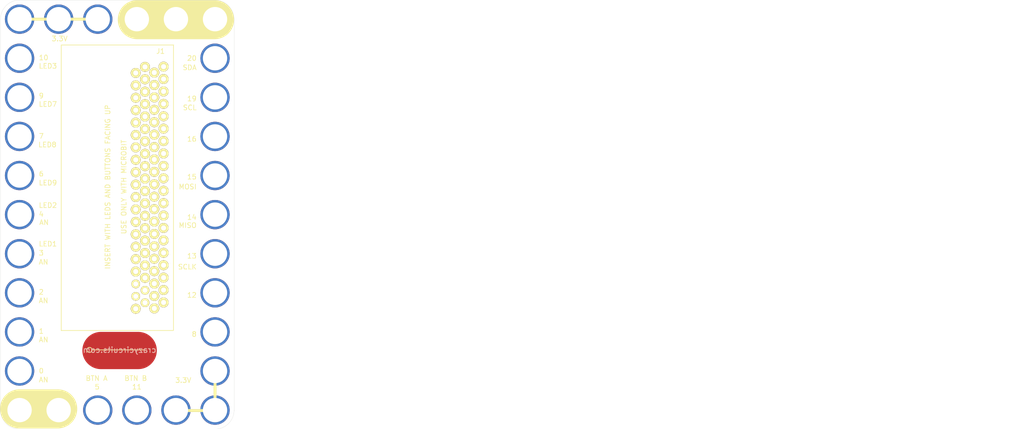
<source format=kicad_pcb>
(kicad_pcb (version 4) (host pcbnew 4.0.7-e2-6376~58~ubuntu16.04.1)

  (general
    (links 45)
    (no_connects 45)
    (area 0 0 0 0)
    (thickness 1.6)
    (drawings 3)
    (tracks 0)
    (zones 0)
    (modules 2)
    (nets 21)
  )

  (page USLetter)
  (title_block
    (title "6x11 Microbit Breakout Module")
    (date "09 Feb 2018")
    (rev 1.0)
    (company "All rights reserved.")
    (comment 1 help@browndoggadgets.com)
    (comment 2 http://browndoggadgets.com/)
    (comment 3 "Brown Dog Gadgets")
  )

  (layers
    (0 F.Cu signal)
    (31 B.Cu signal)
    (34 B.Paste user)
    (35 F.Paste user)
    (36 B.SilkS user)
    (37 F.SilkS user)
    (38 B.Mask user)
    (39 F.Mask user)
    (40 Dwgs.User user)
    (44 Edge.Cuts user)
    (46 B.CrtYd user)
    (47 F.CrtYd user)
    (48 B.Fab user)
    (49 F.Fab user)
  )

  (setup
    (last_trace_width 0.254)
    (user_trace_width 0.1524)
    (user_trace_width 0.254)
    (user_trace_width 0.3302)
    (user_trace_width 0.508)
    (user_trace_width 0.762)
    (user_trace_width 1.27)
    (trace_clearance 0.254)
    (zone_clearance 0.508)
    (zone_45_only no)
    (trace_min 0.1524)
    (segment_width 0.1524)
    (edge_width 0.1524)
    (via_size 0.6858)
    (via_drill 0.3302)
    (via_min_size 0.6858)
    (via_min_drill 0.3302)
    (user_via 0.6858 0.3302)
    (user_via 0.762 0.4064)
    (user_via 0.8636 0.508)
    (uvia_size 0.6858)
    (uvia_drill 0.3302)
    (uvias_allowed no)
    (uvia_min_size 0)
    (uvia_min_drill 0)
    (pcb_text_width 0.1524)
    (pcb_text_size 1.016 1.016)
    (mod_edge_width 0.1524)
    (mod_text_size 1.016 1.016)
    (mod_text_width 0.1524)
    (pad_size 1.524 1.524)
    (pad_drill 0.762)
    (pad_to_mask_clearance 0.0762)
    (solder_mask_min_width 0.1016)
    (pad_to_paste_clearance -0.0762)
    (aux_axis_origin 0 0)
    (visible_elements FFFEDF7D)
    (pcbplotparams
      (layerselection 0x310fc_80000001)
      (usegerberextensions true)
      (excludeedgelayer true)
      (linewidth 0.100000)
      (plotframeref false)
      (viasonmask false)
      (mode 1)
      (useauxorigin false)
      (hpglpennumber 1)
      (hpglpenspeed 20)
      (hpglpendiameter 15)
      (hpglpenoverlay 2)
      (psnegative false)
      (psa4output false)
      (plotreference true)
      (plotvalue true)
      (plotinvisibletext false)
      (padsonsilk false)
      (subtractmaskfromsilk false)
      (outputformat 1)
      (mirror false)
      (drillshape 0)
      (scaleselection 1)
      (outputdirectory gerbers))
  )

  (net 0 "")
  (net 1 /1)
  (net 2 /2)
  (net 3 VCC)
  (net 4 GND)
  (net 5 /3)
  (net 6 /5)
  (net 7 /7)
  (net 8 /9)
  (net 9 /11)
  (net 10 /13)
  (net 11 /15)
  (net 12 /19)
  (net 13 /4)
  (net 14 /6)
  (net 15 /8)
  (net 16 /10)
  (net 17 /12)
  (net 18 /14)
  (net 19 /16)
  (net 20 /20)

  (net_class Default "This is the default net class."
    (clearance 0.254)
    (trace_width 0.254)
    (via_dia 0.6858)
    (via_drill 0.3302)
    (uvia_dia 0.6858)
    (uvia_drill 0.3302)
    (add_net /1)
    (add_net /10)
    (add_net /11)
    (add_net /12)
    (add_net /13)
    (add_net /14)
    (add_net /15)
    (add_net /16)
    (add_net /19)
    (add_net /2)
    (add_net /20)
    (add_net /3)
    (add_net /4)
    (add_net /5)
    (add_net /6)
    (add_net /7)
    (add_net /8)
    (add_net /9)
    (add_net GND)
    (add_net VCC)
  )

  (module Crazy_Circuits:LOGO-CRAZY-1x2 (layer F.Cu) (tedit 58FE5DC6) (tstamp 5A7EA55C)
    (at 78.3336 100.6602)
    (descr LOGO)
    (tags LOGO)
    (fp_text reference LOGO (at 0 -3.52806) (layer F.Fab)
      (effects (font (size 1 1) (thickness 0.15)))
    )
    (fp_text value "BROWN DOG" (at -0.381 -10.414) (layer B.SilkS) hide
      (effects (font (size 1.27 1.27) (thickness 0.254)) (justify mirror))
    )
    (fp_text user crazycircuits.com (at 0 -4.064) (layer B.SilkS)
      (effects (font (size 1.143 1.143) (thickness 0.1778)) (justify mirror))
    )
    (fp_line (start 6.096 -5.2705) (end 4.953 -4.318) (layer F.Mask) (width 0.1524))
    (fp_line (start 4.7625 -4.318) (end 6.096 -5.2705) (layer F.Mask) (width 0.1524))
    (fp_line (start 5.715 -5.1435) (end 4.7625 -4.318) (layer F.Mask) (width 0.1524))
    (fp_line (start 4.6355 -4.3815) (end 5.715 -5.1435) (layer F.Mask) (width 0.1524))
    (fp_line (start 5.5245 -5.08) (end 4.6355 -4.3815) (layer F.Mask) (width 0.1524))
    (fp_line (start 4.3815 -4.318) (end 5.5245 -5.08) (layer F.Mask) (width 0.1524))
    (fp_line (start 5.207 -4.953) (end 4.3815 -4.318) (layer F.Mask) (width 0.1524))
    (fp_line (start 4.2545 -4.3815) (end 5.207 -4.953) (layer F.Mask) (width 0.1524))
    (fp_line (start 5.0165 -4.953) (end 4.2545 -4.3815) (layer F.Mask) (width 0.1524))
    (fp_line (start 4.2545 -4.5085) (end 5.0165 -4.953) (layer F.Mask) (width 0.1524))
    (fp_line (start 4.7625 -4.953) (end 4.2545 -4.5085) (layer F.Mask) (width 0.1524))
    (fp_line (start 4.191 -4.6355) (end 4.7625 -4.953) (layer F.Mask) (width 0.1524))
    (fp_line (start 4.7625 -5.1435) (end 4.191 -4.6355) (layer F.Mask) (width 0.1524))
    (fp_line (start 4.7625 -5.2705) (end 4.1275 -4.7625) (layer F.Mask) (width 0.1524))
    (fp_line (start 4.8895 -5.461) (end 4.064 -4.8895) (layer F.Mask) (width 0.1524))
    (fp_line (start 4.8895 -5.588) (end 4.064 -5.0165) (layer F.Mask) (width 0.1524))
    (fp_line (start 3.048 -4.3815) (end 2.413 -5.2705) (layer F.Mask) (width 0.254))
    (fp_line (start 4.953 -4.2545) (end 2.9845 -4.2545) (layer F.Mask) (width 0.1524))
    (fp_line (start 6.5405 -5.3975) (end 4.953 -4.2545) (layer F.Mask) (width 0.1524))
    (fp_line (start 4.7625 -4.953) (end 6.5405 -5.3975) (layer F.Mask) (width 0.1524))
    (fp_line (start 5.08 -5.842) (end 4.7625 -4.953) (layer F.Mask) (width 0.1524))
    (fp_line (start 4.0005 -5.1435) (end 5.08 -5.842) (layer F.Mask) (width 0.1524))
    (fp_line (start 3.175 -6.604) (end 4.0005 -5.08) (layer F.Mask) (width 0.1524))
    (fp_line (start 3.2385 -5.207) (end 3.175 -6.604) (layer F.Mask) (width 0.1524))
    (fp_line (start 2.159 -5.461) (end 3.2385 -5.207) (layer F.Mask) (width 0.1524))
    (fp_line (start 2.9845 -4.2545) (end 2.159 -5.461) (layer F.Mask) (width 0.1524))
    (fp_line (start -5.588 -4.064) (end 5.08 -4.064) (layer F.SilkS) (width 0.1524))
    (fp_circle (center -6.1595 -4.064) (end -5.82208 -3.683) (layer F.SilkS) (width 0.1524))
    (fp_text user CRAZY (at -2.032 -5.588) (layer F.SilkS) hide
      (effects (font (thickness 0.381)))
    )
    (fp_line (start 3.9 -7.8) (end -3.9 -7.8) (layer F.Fab) (width 0.04064))
    (fp_line (start 3.9 0) (end -3.9 0) (layer F.Fab) (width 0.04064))
    (fp_arc (start 3.9 -3.9) (end 3.9 -7.8) (angle 90) (layer F.Fab) (width 0.04064))
    (fp_arc (start 3.9 -3.9) (end 7.8 -3.9) (angle 90) (layer F.Fab) (width 0.04064))
    (fp_arc (start -3.9 -3.9) (end -3.9 0) (angle 90) (layer F.Fab) (width 0.04064))
    (fp_arc (start -3.9 -3.9) (end -7.8 -3.9) (angle 90) (layer F.Fab) (width 0.04064))
    (fp_text user CIRCUITS (at 0.254 -2.286) (layer F.SilkS) hide
      (effects (font (thickness 0.381)))
    )
    (fp_line (start 3.2385 -4.3815) (end 2.6035 -5.2705) (layer F.Mask) (width 0.254))
    (fp_line (start 3.429 -4.3815) (end 2.8575 -5.207) (layer F.Mask) (width 0.254))
    (fp_line (start 3.556 -4.3815) (end 3.1115 -5.1435) (layer F.Mask) (width 0.254))
    (fp_line (start 3.81 -4.3815) (end 3.3655 -5.207) (layer F.Mask) (width 0.254))
    (fp_line (start 4.0005 -4.3815) (end 3.429 -5.461) (layer F.Mask) (width 0.254))
    (fp_line (start 4.191 -4.3815) (end 3.302 -6.096) (layer F.Mask) (width 0.254))
    (fp_line (start 3.3655 -5.3975) (end 3.302 -6.223) (layer F.Mask) (width 0.254))
    (pad BG smd oval (at 0 -3.937) (size 15.24 7.62) (layers F.Cu))
  )

  (module Crazy_Circuits:MICROBIT-6x11 (layer F.Cu) (tedit 5A7DCFA6) (tstamp 5A7E9054)
    (at 57.8672 28.9152)
    (descr "8-lead dip package, row spacing 7.62 mm (300 mils)")
    (tags "dil dip 2.54 300")
    (path /5A7DC938)
    (fp_text reference J1 (at 20 -4 180) (layer F.SilkS) hide
      (effects (font (size 1 1) (thickness 0.15)))
    )
    (fp_text value "MICROBIT BREAKOUT" (at 20 -4 180) (layer F.Fab) hide
      (effects (font (size 1 1) (thickness 0.15)))
    )
    (fp_line (start 40 72.2) (end 40 80.1) (layer F.SilkS) (width 0.6))
    (fp_line (start 7.8 79.75) (end -0.004 79.75) (layer F.SilkS) (width 8))
    (fp_text user "INSERT WITH LEDS AND BUTTONS FACING UP" (at 18.042 34.3305 270) (layer F.SilkS)
      (effects (font (size 1 1) (thickness 0.15)))
    )
    (fp_text user "USE ONLY WITH MICROBIT" (at 21.344 34.3305 270) (layer F.SilkS)
      (effects (font (size 1 1) (thickness 0.15)))
    )
    (fp_text user "Arduino Nano" (at 18.644 34.9307 180) (layer F.Fab)
      (effects (font (size 1 1) (thickness 0.15)))
    )
    (fp_text user 15 (at 35.257143 32.283) (layer F.SilkS)
      (effects (font (size 1 1) (thickness 0.15)))
    )
    (fp_text user 14 (at 35.257143 40.533) (layer F.SilkS)
      (effects (font (size 1 1) (thickness 0.15)))
    )
    (fp_text user 19 (at 35.257143 16.283) (layer F.SilkS)
      (effects (font (size 1 1) (thickness 0.15)))
    )
    (fp_text user 16 (at 35.257143 24.533) (layer F.SilkS)
      (effects (font (size 1 1) (thickness 0.15)))
    )
    (fp_line (start 40 -3.9) (end 0 -3.9) (layer Edge.Cuts) (width 0.04064))
    (fp_line (start 0 83.9) (end 40 83.9) (layer Edge.Cuts) (width 0.04064))
    (fp_line (start 43.9 80.1) (end 43.9 0) (layer Edge.Cuts) (width 0.04064))
    (fp_arc (start 40 0) (end 40 -3.9) (angle 89.9) (layer Edge.Cuts) (width 0.04064))
    (fp_arc (start 40 80) (end 43.9 80) (angle 90) (layer Edge.Cuts) (width 0.04064))
    (fp_line (start -3.9 0) (end -3.9 80) (layer Edge.Cuts) (width 0.04064))
    (fp_arc (start 0 80) (end 0 83.9) (angle 89.9) (layer Edge.Cuts) (width 0.04064))
    (fp_arc (start 0 0) (end -3.9 0) (angle 90) (layer Edge.Cuts) (width 0.04064))
    (fp_line (start 40 -3.9) (end 0 -3.9) (layer F.Fab) (width 0.04064))
    (fp_line (start 0 83.9) (end 40 83.9) (layer F.Fab) (width 0.04064))
    (fp_line (start 43.9 80) (end 43.9 0) (layer F.Fab) (width 0.04064))
    (fp_arc (start 40 0) (end 40 -3.9) (angle 89.9) (layer F.Fab) (width 0.04064))
    (fp_arc (start 40 80) (end 43.9 80) (angle 90) (layer F.Fab) (width 0.04064))
    (fp_line (start -3.9 0) (end -3.9 80) (layer F.Fab) (width 0.04064))
    (fp_arc (start 0 80) (end 0 83.9) (angle 89.9) (layer F.Fab) (width 0.04064))
    (fp_arc (start 0 0) (end -3.9 0) (angle 90) (layer F.Fab) (width 0.04064))
    (fp_text user 20 (at 35.257143 8) (layer F.SilkS)
      (effects (font (size 1 1) (thickness 0.15)))
    )
    (fp_text user 13 (at 35.257143 48.473) (layer F.SilkS)
      (effects (font (size 1 1) (thickness 0.15)))
    )
    (fp_text user 12 (at 35.257143 56.473) (layer F.SilkS)
      (effects (font (size 1 1) (thickness 0.15)))
    )
    (fp_text user 8 (at 35.733333 64.473) (layer F.SilkS)
      (effects (font (size 1 1) (thickness 0.15)))
    )
    (fp_text user 3.3V (at 8.2 4 180) (layer F.SilkS)
      (effects (font (size 1 1) (thickness 0.15)))
    )
    (fp_text user 4 (at 4.442857 39.914) (layer F.SilkS)
      (effects (font (size 1 1) (thickness 0.15)))
    )
    (fp_text user 3 (at 4.442857 47.854) (layer F.SilkS)
      (effects (font (size 1 1) (thickness 0.15)))
    )
    (fp_text user AN (at 4.919048 73.8) (layer F.SilkS)
      (effects (font (size 1 1) (thickness 0.15)))
    )
    (fp_text user 1 (at 4.442857 63.854) (layer F.SilkS)
      (effects (font (size 1 1) (thickness 0.15)))
    )
    (fp_text user 6 (at 4.442857 31.664) (layer F.SilkS)
      (effects (font (size 1 1) (thickness 0.15)))
    )
    (fp_text user 9 (at 4.442857 15.694) (layer F.SilkS)
      (effects (font (size 1 1) (thickness 0.15)))
    )
    (fp_text user 7 (at 4.442857 23.934) (layer F.SilkS)
      (effects (font (size 1 1) (thickness 0.15)))
    )
    (fp_text user 10 (at 4.919048 7.884) (layer F.SilkS)
      (effects (font (size 1 1) (thickness 0.15)))
    )
    (fp_text user 0 (at 4.442857 71.984) (layer F.SilkS)
      (effects (font (size 1 1) (thickness 0.15)))
    )
    (fp_text user 11 (at 23.999 75.267) (layer F.SilkS)
      (effects (font (size 1 1) (thickness 0.15)))
    )
    (fp_text user 5 (at 15.871 75.267) (layer F.SilkS)
      (effects (font (size 1 1) (thickness 0.15)))
    )
    (fp_text user 3.3V (at 33.5 73.9) (layer F.SilkS)
      (effects (font (size 1 1) (thickness 0.15)))
    )
    (fp_line (start 24.1 0.1) (end 39.9 0.1) (layer F.SilkS) (width 8))
    (fp_line (start 19.96 7.83) (end 21.865 9.735) (layer F.Fab) (width 0.15))
    (fp_line (start 21.865 14.815) (end 15.515 7.83) (layer F.Fab) (width 0.15))
    (fp_line (start 12.34 61.17) (end 9.8 58.63) (layer F.Fab) (width 0.15))
    (fp_line (start 17.42 61.17) (end 9.8 53.55) (layer F.Fab) (width 0.15))
    (fp_line (start 21.865 56.09) (end 9.8 43.39) (layer F.Fab) (width 0.15))
    (fp_line (start 21.865 61.17) (end 9.8 48.47) (layer F.Fab) (width 0.15))
    (fp_circle (center 23.77 59.265) (end 23.77 58.765) (layer F.Fab) (width 0.5))
    (fp_line (start 31.5 63.5) (end 31.5 5.5) (layer F.Fab) (width 0.05))
    (fp_text user %R (at 28.85 6.56 180) (layer F.SilkS)
      (effects (font (size 1 1) (thickness 0.15)))
    )
    (fp_line (start 8.53 63.71) (end 8.53 5.29) (layer F.SilkS) (width 0.15))
    (fp_line (start 8.5 63.5) (end 31.5 63.5) (layer F.Fab) (width 0.05))
    (fp_line (start 8.5 5.5) (end 31.5 5.5) (layer F.Fab) (width 0.05))
    (fp_line (start 8.5 63.5) (end 8.5 5.5) (layer F.Fab) (width 0.05))
    (fp_line (start 31.5 63.71) (end 31.5 5.29) (layer F.SilkS) (width 0.15))
    (fp_line (start 8.53 63.71) (end 31.39 63.71) (layer F.SilkS) (width 0.15))
    (fp_line (start 8.64 5.29) (end 31.5 5.29) (layer F.SilkS) (width 0.15))
    (fp_line (start 21.865 51.01) (end 9.8 38.31) (layer F.Fab) (width 0.15))
    (fp_line (start 21.865 35.77) (end 9.8 23.07) (layer F.Fab) (width 0.15))
    (fp_line (start 21.865 45.93) (end 9.8 33.23) (layer F.Fab) (width 0.15))
    (fp_line (start 21.865 40.85) (end 9.8 28.15) (layer F.Fab) (width 0.15))
    (fp_line (start 21.865 20.53) (end 9.8 7.83) (layer F.Fab) (width 0.15))
    (fp_line (start 21.865 30.69) (end 9.8 17.99) (layer F.Fab) (width 0.15))
    (fp_line (start 21.865 25.61) (end 9.8 12.91) (layer F.Fab) (width 0.15))
    (fp_text user 41 (at 27.58 59.265 90) (layer F.Fab)
      (effects (font (size 0.6 0.6) (thickness 0.008)))
    )
    (fp_text user 61 (at 29.485 57.995 90) (layer F.Fab)
      (effects (font (size 0.6 0.6) (thickness 0.008)))
    )
    (fp_line (start 32 80.1) (end 39.9 80.1) (layer F.SilkS) (width 0.6))
    (fp_line (start -0.5 0) (end 16.3 0) (layer F.SilkS) (width 0.6))
    (fp_text user "BTN A" (at 15.771 73.5) (layer F.SilkS)
      (effects (font (size 1 1) (thickness 0.15)))
    )
    (fp_text user "BTN B" (at 23.771 73.5) (layer F.SilkS)
      (effects (font (size 1 1) (thickness 0.15)))
    )
    (fp_text user SDA (at 34.804762 9.9) (layer F.SilkS)
      (effects (font (size 1 1) (thickness 0.15)))
    )
    (fp_text user SCL (at 34.828571 18.1) (layer F.SilkS)
      (effects (font (size 1 1) (thickness 0.15)))
    )
    (fp_text user MOSI (at 34.4 34.3) (layer F.SilkS)
      (effects (font (size 1 1) (thickness 0.15)))
    )
    (fp_text user MISO (at 34.4 42.2) (layer F.SilkS)
      (effects (font (size 1 1) (thickness 0.15)))
    )
    (fp_text user SCLK (at 34.328571 50.7) (layer F.SilkS)
      (effects (font (size 1 1) (thickness 0.15)))
    )
    (fp_text user 2 (at 4.442857 55.854) (layer F.SilkS)
      (effects (font (size 1 1) (thickness 0.15)))
    )
    (fp_text user AN (at 4.919048 65.6) (layer F.SilkS)
      (effects (font (size 1 1) (thickness 0.15)))
    )
    (fp_text user AN (at 4.9 57.6) (layer F.SilkS)
      (effects (font (size 1 1) (thickness 0.15)))
    )
    (fp_text user AN (at 4.9 49.7) (layer F.SilkS)
      (effects (font (size 1 1) (thickness 0.15)))
    )
    (fp_text user AN (at 5 41.6) (layer F.SilkS)
      (effects (font (size 1 1) (thickness 0.15)))
    )
    (fp_text user LED2 (at 5.8 38.1) (layer F.SilkS)
      (effects (font (size 1 1) (thickness 0.15)))
    )
    (fp_text user LED1 (at 5.8 46) (layer F.SilkS)
      (effects (font (size 1 1) (thickness 0.15)))
    )
    (fp_text user LED9 (at 5.8 33.5) (layer F.SilkS)
      (effects (font (size 1 1) (thickness 0.15)))
    )
    (fp_text user LED8 (at 5.7 25.7) (layer F.SilkS)
      (effects (font (size 1 1) (thickness 0.15)))
    )
    (fp_text user LED7 (at 5.8 17.4) (layer F.SilkS)
      (effects (font (size 1 1) (thickness 0.15)))
    )
    (fp_text user LED3 (at 5.8 9.6) (layer F.SilkS)
      (effects (font (size 1 1) (thickness 0.15)))
    )
    (pad 14 thru_hole circle (at 40 40 270) (size 6 6) (drill 4.98) (layers *.Cu *.Mask)
      (net 18 /14))
    (pad 15 thru_hole circle (at 39.999 32 270) (size 6 6) (drill 4.98) (layers *.Cu *.Mask)
      (net 11 /15))
    (pad 19 thru_hole circle (at 39.999 16 270) (size 6 6) (drill 4.98) (layers *.Cu *.Mask)
      (net 12 /19))
    (pad 13 thru_hole circle (at 39.999 48 270) (size 6 6) (drill 4.98) (layers *.Cu *.Mask)
      (net 10 /13))
    (pad 20 thru_hole circle (at 39.999 8 270) (size 6 6) (drill 4.98) (layers *.Cu *.Mask)
      (net 20 /20))
    (pad 16 thru_hole circle (at 39.999 24 270) (size 6 6) (drill 4.98) (layers *.Cu *.Mask)
      (net 19 /16))
    (pad 12 thru_hole circle (at 40 56 270) (size 6 6) (drill 4.98) (layers *.Cu *.Mask)
      (net 17 /12))
    (pad 8 thru_hole circle (at 40 64 270) (size 6 6) (drill 4.98) (layers *.Cu *.Mask)
      (net 15 /8))
    (pad GND thru_hole circle (at 39.999 0 270) (size 6 6) (drill 4.98) (layers *.Cu *.Mask)
      (net 4 GND))
    (pad GND thru_hole circle (at 32 0 270) (size 6 6) (drill 4.98) (layers *.Cu *.Mask)
      (net 4 GND))
    (pad 3V thru_hole circle (at 16 0 270) (size 6 6) (drill 4.98) (layers *.Cu *.Mask)
      (net 3 VCC))
    (pad 3V thru_hole circle (at 8 0 270) (size 6 6) (drill 4.98) (layers *.Cu *.Mask)
      (net 3 VCC))
    (pad 5 thru_hole circle (at 16 80 270) (size 6 6) (drill 4.98) (layers *.Cu *.Mask)
      (net 6 /5))
    (pad GND thru_hole circle (at 8 80 270) (size 6 6) (drill 4.98) (layers *.Cu *.Mask)
      (net 4 GND))
    (pad 3V thru_hole circle (at 39.999 80 270) (size 6 6) (drill 4.98) (layers *.Cu *.Mask)
      (net 3 VCC))
    (pad 3V thru_hole circle (at 32 80 270) (size 6 6) (drill 4.98) (layers *.Cu *.Mask)
      (net 3 VCC))
    (pad GND thru_hole circle (at 0 80 270) (size 6 6) (drill 4.98) (layers *.Cu *.Mask)
      (net 4 GND))
    (pad 1 thru_hole circle (at 0 64 270) (size 6 6) (drill 4.98) (layers *.Cu *.Mask)
      (net 1 /1))
    (pad 2 thru_hole circle (at 0 56 270) (size 6 6) (drill 4.98) (layers *.Cu *.Mask)
      (net 2 /2))
    (pad 3 thru_hole circle (at 0 48 270) (size 6 6) (drill 4.98) (layers *.Cu *.Mask)
      (net 5 /3))
    (pad 4 thru_hole circle (at 0 40 270) (size 6 6) (drill 4.98) (layers *.Cu *.Mask)
      (net 13 /4))
    (pad 6 thru_hole circle (at 0 32 270) (size 6 6) (drill 4.98) (layers *.Cu *.Mask)
      (net 14 /6))
    (pad 7 thru_hole circle (at 0 24 270) (size 6 6) (drill 4.98) (layers *.Cu *.Mask)
      (net 7 /7))
    (pad 9 thru_hole circle (at 0 16 270) (size 6 6) (drill 4.98) (layers *.Cu *.Mask)
      (net 8 /9))
    (pad 10 thru_hole circle (at 0 8 270) (size 6 6) (drill 4.98) (layers *.Cu *.Mask)
      (net 16 /10))
    (pad 3V thru_hole circle (at 0 0 270) (size 6 6) (drill 4.98) (layers *.Cu *.Mask)
      (net 3 VCC))
    (pad 3V thru_hole circle (at 40 72 270) (size 6 6) (drill 4.98) (layers *.Cu *.Mask)
      (net 3 VCC))
    (pad 0 thru_hole circle (at 0 72 270) (size 6 6) (drill 4.98) (layers *.Cu *.Mask))
    (pad NC thru_hole circle (at 23.77 59.265 90) (size 2.032 2.032) (drill 1.016) (layers *.Cu *.Mask F.SilkS))
    (pad NC thru_hole circle (at 23.77 56.725 90) (size 1.778 1.778) (drill 1.016) (layers *.Cu *.Mask F.SilkS))
    (pad NC thru_hole circle (at 23.77 54.185 90) (size 1.778 1.778) (drill 1.016) (layers *.Cu *.Mask F.SilkS))
    (pad NC thru_hole circle (at 23.77 51.645 90) (size 2.032 2.032) (drill 1.016) (layers *.Cu *.Mask F.SilkS))
    (pad NC thru_hole circle (at 23.77 49.105 90) (size 2.032 2.032) (drill 1.016) (layers *.Cu *.Mask F.SilkS))
    (pad NC thru_hole circle (at 23.77 46.565 90) (size 2.032 2.032) (drill 1.016) (layers *.Cu *.Mask F.SilkS))
    (pad NC thru_hole circle (at 23.77 44.025 90) (size 2.032 2.032) (drill 1.016) (layers *.Cu *.Mask F.SilkS))
    (pad NC thru_hole circle (at 23.77 41.485 90) (size 2.032 2.032) (drill 1.016) (layers *.Cu *.Mask F.SilkS))
    (pad NC thru_hole circle (at 23.77 38.945 90) (size 2.032 2.032) (drill 1.016) (layers *.Cu *.Mask F.SilkS))
    (pad NC thru_hole circle (at 23.77 36.405 90) (size 2.032 2.032) (drill 1.016) (layers *.Cu *.Mask F.SilkS))
    (pad NC thru_hole circle (at 23.77 33.865 90) (size 2.032 2.032) (drill 1.016) (layers *.Cu *.Mask F.SilkS))
    (pad NC thru_hole circle (at 23.77 31.325 90) (size 2.032 2.032) (drill 1.016) (layers *.Cu *.Mask F.SilkS))
    (pad NC thru_hole circle (at 23.77 28.785 90) (size 2.032 2.032) (drill 1.016) (layers *.Cu *.Mask F.SilkS))
    (pad NC thru_hole circle (at 23.77 26.245 90) (size 2.032 2.032) (drill 1.016) (layers *.Cu *.Mask F.SilkS))
    (pad NC thru_hole circle (at 23.77 23.705 90) (size 2.032 2.032) (drill 1.016) (layers *.Cu *.Mask F.SilkS))
    (pad NC thru_hole circle (at 23.77 21.165 90) (size 2.032 2.032) (drill 1.016) (layers *.Cu *.Mask F.SilkS))
    (pad NC thru_hole circle (at 23.77 18.625 90) (size 2.032 2.032) (drill 1.016) (layers *.Cu *.Mask F.SilkS))
    (pad NC thru_hole circle (at 23.77 16.085 90) (size 2.032 2.032) (drill 1.016) (layers *.Cu *.Mask F.SilkS))
    (pad NC thru_hole circle (at 23.77 13.545 90) (size 2.032 2.032) (drill 1.016) (layers *.Cu *.Mask F.SilkS))
    (pad NC thru_hole circle (at 23.77 11.005 90) (size 2.032 2.032) (drill 1.016) (layers *.Cu *.Mask F.SilkS))
    (pad NC thru_hole circle (at 25.67 58.025 90) (size 1.778 1.778) (drill 1.016) (layers *.Cu *.Mask F.SilkS))
    (pad NC thru_hole circle (at 25.67 55.485 90) (size 1.778 1.778) (drill 1.016) (layers *.Cu *.Mask F.SilkS))
    (pad NC thru_hole circle (at 25.67 52.945 90) (size 2.032 2.032) (drill 1.016) (layers *.Cu *.Mask F.SilkS))
    (pad NC thru_hole circle (at 25.67 50.405 90) (size 2.032 2.032) (drill 1.016) (layers *.Cu *.Mask F.SilkS))
    (pad NC thru_hole circle (at 25.67 47.865 90) (size 2.032 2.032) (drill 1.016) (layers *.Cu *.Mask F.SilkS))
    (pad NC thru_hole circle (at 25.67 45.325 90) (size 2.032 2.032) (drill 1.016) (layers *.Cu *.Mask F.SilkS))
    (pad NC thru_hole circle (at 25.67 42.785 90) (size 2.032 2.032) (drill 1.016) (layers *.Cu *.Mask F.SilkS))
    (pad Nc thru_hole circle (at 25.67 40.245 90) (size 2.032 2.032) (drill 1.016) (layers *.Cu *.Mask F.SilkS))
    (pad NC thru_hole circle (at 25.67 37.705 90) (size 2.032 2.032) (drill 1.016) (layers *.Cu *.Mask F.SilkS))
    (pad NC thru_hole circle (at 25.67 35.165 90) (size 2.032 2.032) (drill 1.016) (layers *.Cu *.Mask F.SilkS))
    (pad NC thru_hole circle (at 25.67 32.625 90) (size 2.032 2.032) (drill 1.016) (layers *.Cu *.Mask F.SilkS))
    (pad NC thru_hole circle (at 25.67 30.085 90) (size 2.032 2.032) (drill 1.016) (layers *.Cu *.Mask F.SilkS))
    (pad NC thru_hole circle (at 25.67 27.545 90) (size 2.032 2.032) (drill 1.016) (layers *.Cu *.Mask F.SilkS))
    (pad NC thru_hole circle (at 25.67 25.005 90) (size 2.032 2.032) (drill 1.016) (layers *.Cu *.Mask F.SilkS))
    (pad NC thru_hole circle (at 25.67 22.465 90) (size 2.032 2.032) (drill 1.016) (layers *.Cu *.Mask F.SilkS))
    (pad NC thru_hole circle (at 25.67 19.925 90) (size 2.032 2.032) (drill 1.016) (layers *.Cu *.Mask F.SilkS))
    (pad NC thru_hole circle (at 25.67 17.385 90) (size 2.032 2.032) (drill 1.016) (layers *.Cu *.Mask F.SilkS))
    (pad NC thru_hole circle (at 25.67 14.845 90) (size 2.032 2.032) (drill 1.016) (layers *.Cu *.Mask F.SilkS))
    (pad NC thru_hole circle (at 25.67 12.305 90) (size 2.032 2.032) (drill 1.016) (layers *.Cu *.Mask F.SilkS))
    (pad NC thru_hole circle (at 25.67 9.765 90) (size 2.032 2.032) (drill 1.016) (layers *.Cu *.Mask F.SilkS))
    (pad 3 thru_hole circle (at 27.57 59.195 90) (size 2.032 2.032) (drill 1.016) (layers *.Cu *.Mask F.SilkS)
      (net 5 /3))
    (pad 0 thru_hole circle (at 27.57 56.655 90) (size 2.032 2.032) (drill 1.016) (layers *.Cu *.Mask F.SilkS))
    (pad 0 thru_hole circle (at 27.57 54.115 90) (size 2.032 2.032) (drill 1.016) (layers *.Cu *.Mask F.SilkS))
    (pad 5 thru_hole circle (at 27.57 51.575 90) (size 2.032 2.032) (drill 1.016) (layers *.Cu *.Mask F.SilkS)
      (net 6 /5))
    (pad 7 thru_hole circle (at 27.57 49.035 90) (size 2.032 2.032) (drill 1.016) (layers *.Cu *.Mask F.SilkS)
      (net 7 /7))
    (pad 1 thru_hole circle (at 27.57 46.495 90) (size 2.032 2.032) (drill 1.016) (layers *.Cu *.Mask F.SilkS)
      (net 1 /1))
    (pad 1 thru_hole circle (at 27.57 43.955 90) (size 2.032 2.032) (drill 1.016) (layers *.Cu *.Mask F.SilkS)
      (net 1 /1))
    (pad 9 thru_hole circle (at 27.57 41.415 90) (size 2.032 2.032) (drill 1.016) (layers *.Cu *.Mask F.SilkS)
      (net 8 /9))
    (pad 11 thru_hole circle (at 27.57 38.875 90) (size 2.032 2.032) (drill 1.016) (layers *.Cu *.Mask F.SilkS)
      (net 9 /11))
    (pad 2 thru_hole circle (at 27.57 36.335 90) (size 2.032 2.032) (drill 1.016) (layers *.Cu *.Mask F.SilkS)
      (net 2 /2))
    (pad 2 thru_hole circle (at 27.57 33.795 90) (size 2.032 2.032) (drill 1.016) (layers *.Cu *.Mask F.SilkS)
      (net 2 /2))
    (pad 13 thru_hole circle (at 27.57 31.255 90) (size 2.032 2.032) (drill 1.016) (layers *.Cu *.Mask F.SilkS)
      (net 10 /13))
    (pad 15 thru_hole circle (at 27.57 28.715 90) (size 2.032 2.032) (drill 1.016) (layers *.Cu *.Mask F.SilkS)
      (net 11 /15))
    (pad 3V thru_hole circle (at 27.57 26.175 90) (size 2.032 2.032) (drill 1.016) (layers *.Cu *.Mask F.SilkS)
      (net 3 VCC))
    (pad 3V thru_hole circle (at 27.57 23.635 90) (size 2.032 2.032) (drill 1.016) (layers *.Cu *.Mask F.SilkS)
      (net 3 VCC))
    (pad 3V thru_hole circle (at 27.57 21.095 90) (size 2.032 2.032) (drill 1.016) (layers *.Cu *.Mask F.SilkS)
      (net 3 VCC))
    (pad 19 thru_hole circle (at 27.57 18.555 90) (size 2.032 2.032) (drill 1.016) (layers *.Cu *.Mask F.SilkS)
      (net 12 /19))
    (pad GND thru_hole circle (at 27.57 16.015 90) (size 2.032 2.032) (drill 1.016) (layers *.Cu *.Mask F.SilkS)
      (net 4 GND))
    (pad GND thru_hole circle (at 27.57 13.475 90) (size 2.032 2.032) (drill 1.016) (layers *.Cu *.Mask F.SilkS)
      (net 4 GND))
    (pad GND thru_hole circle (at 27.57 10.935 90) (size 2.032 2.032) (drill 1.016) (layers *.Cu *.Mask F.SilkS)
      (net 4 GND))
    (pad 0 thru_hole circle (at 29.47 57.975 90) (size 2.032 2.032) (drill 1.016) (layers *.Cu *.Mask F.SilkS))
    (pad 0 thru_hole circle (at 29.47 55.435 90) (size 2.032 2.032) (drill 1.016) (layers *.Cu *.Mask F.SilkS))
    (pad 4 thru_hole circle (at 29.47 52.895 90) (size 2.032 2.032) (drill 1.016) (layers *.Cu *.Mask F.SilkS)
      (net 13 /4))
    (pad 6 thru_hole circle (at 29.47 50.355 90) (size 2.032 2.032) (drill 1.016) (layers *.Cu *.Mask F.SilkS)
      (net 14 /6))
    (pad 1 thru_hole circle (at 29.47 47.815 90) (size 2.032 2.032) (drill 1.016) (layers *.Cu *.Mask F.SilkS)
      (net 1 /1))
    (pad 1 thru_hole circle (at 29.47 45.275 90) (size 2.032 2.032) (drill 1.016) (layers *.Cu *.Mask F.SilkS)
      (net 1 /1))
    (pad 8 thru_hole circle (at 29.47 42.735 90) (size 2.032 2.032) (drill 1.016) (layers *.Cu *.Mask F.SilkS)
      (net 15 /8))
    (pad 10 thru_hole circle (at 29.47 40.195 90) (size 2.032 2.032) (drill 1.016) (layers *.Cu *.Mask F.SilkS)
      (net 16 /10))
    (pad 12 thru_hole circle (at 29.47 37.655 90) (size 2.032 2.032) (drill 1.016) (layers *.Cu *.Mask F.SilkS)
      (net 17 /12))
    (pad 2 thru_hole circle (at 29.47 35.115 90) (size 2.032 2.032) (drill 1.016) (layers *.Cu *.Mask F.SilkS)
      (net 2 /2))
    (pad 2 thru_hole circle (at 29.47 32.575 90) (size 2.032 2.032) (drill 1.016) (layers *.Cu *.Mask F.SilkS)
      (net 2 /2))
    (pad 14 thru_hole circle (at 29.47 30.035 90) (size 2.032 2.032) (drill 1.016) (layers *.Cu *.Mask F.SilkS)
      (net 18 /14))
    (pad 16 thru_hole circle (at 29.47 27.495 90) (size 2.032 2.032) (drill 1.016) (layers *.Cu *.Mask F.SilkS)
      (net 19 /16))
    (pad 3V thru_hole circle (at 29.47 24.955 90) (size 2.032 2.032) (drill 1.016) (layers *.Cu *.Mask F.SilkS)
      (net 3 VCC))
    (pad 3V thru_hole circle (at 29.47 22.415 90) (size 2.032 2.032) (drill 1.016) (layers *.Cu *.Mask F.SilkS)
      (net 3 VCC))
    (pad 3V thru_hole circle (at 29.47 19.875 90) (size 2.032 2.032) (drill 1.016) (layers *.Cu *.Mask F.SilkS)
      (net 3 VCC))
    (pad 20 thru_hole circle (at 29.47 17.335 90) (size 2.032 2.032) (drill 1.016) (layers *.Cu *.Mask F.SilkS)
      (net 20 /20))
    (pad GND thru_hole circle (at 29.47 14.795 90) (size 2.032 2.032) (drill 1.016) (layers *.Cu *.Mask F.SilkS)
      (net 4 GND))
    (pad GND thru_hole circle (at 29.47 12.255 90) (size 2.032 2.032) (drill 1.016) (layers *.Cu *.Mask F.SilkS)
      (net 4 GND))
    (pad GND thru_hole circle (at 29.47 9.715 90) (size 2.032 2.032) (drill 1.016) (layers *.Cu *.Mask F.SilkS)
      (net 4 GND))
    (pad GND thru_hole circle (at 24 0 270) (size 6 6) (drill 4.98) (layers *.Cu *.Mask)
      (net 4 GND))
    (pad 11 thru_hole circle (at 24 80 270) (size 6 6) (drill 4.98) (layers *.Cu *.Mask)
      (net 9 /11))
  )

  (gr_text CIRCUITS (at 78.5368 97.917) (layer F.Mask) (tstamp 5A7EABB2)
    (effects (font (size 1.5 1.5) (thickness 0.3)))
  )
  (gr_text CRAZY (at 76.454 95.4786) (layer F.Mask)
    (effects (font (size 1.5 1.5) (thickness 0.3)))
  )
  (gr_text "FABRICATION NOTES\n\n1. THIS IS A 2 LAYER BOARD. \n2. EXTERNAL LAYERS SHALL HAVE 1 OZ COPPER.\n3. MATERIAL: FR4 AND 0.062 INCH +/- 10% THICK.\n4. BOARDS SHALL BE ROHS COMPLIANT. \n5. MANUFACTURE IN ACCORDANCE WITH IPC-6012 CLASS 2\n6. MASK: BOTH SIDES OF THE BOARD SHALL HAVE \n   SOLDER MASK (GREEN) OVER BARE COPPER. \n7. SILK: BOTH SIDES OF THE BOARD SHALL HAVE \n   WHITE SILKSCREEN. DO NOT PLACE SILK OVER BARE COPPER.\n8. FINISH: ENIG.\n9. MINIMUM TRACE WIDTH - 0.006 INCH.\n   MINIMUM SPACE - 0.006 INCH.\n   MINIMUM HOLE DIA - 0.013 INCH. \n10. MAX HOLE PLACEMENT TOLERANCE OF +/- 0.003 INCH.\n11. MAX HOLE DIAMETER TOLERANCE OF +/- 0.003 INCH AFTER PLATING." (at 120.3198 68.326) (layer Dwgs.User)
    (effects (font (size 2.54 2.54) (thickness 0.254)) (justify left))
  )

)

</source>
